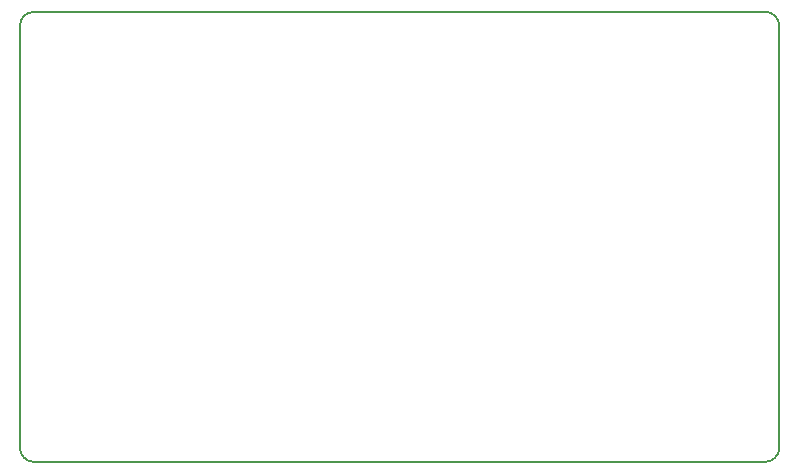
<source format=gm1>
G04 #@! TF.FileFunction,Profile,NP*
%FSLAX46Y46*%
G04 Gerber Fmt 4.6, Leading zero omitted, Abs format (unit mm)*
G04 Created by KiCad (PCBNEW 4.0.7-e2-6376~58~ubuntu16.04.1) date Sun Oct 15 00:03:39 2017*
%MOMM*%
%LPD*%
G01*
G04 APERTURE LIST*
%ADD10C,0.100000*%
%ADD11C,0.150000*%
G04 APERTURE END LIST*
D10*
D11*
X95250000Y-89296875D02*
G75*
G03X94059375Y-88106250I-1190625J0D01*
G01*
X93464063Y-126206250D02*
X94059375Y-126206250D01*
X94059375Y-126206250D02*
G75*
G03X95250000Y-125015625I0J1190625D01*
G01*
X95250000Y-89296875D02*
X95250000Y-125015625D01*
X95250000Y-105370313D02*
X95250000Y-89296875D01*
X30956250Y-125015625D02*
X30956250Y-89296875D01*
X93464063Y-126206250D02*
X32146875Y-126206250D01*
X67865625Y-88106250D02*
X94059375Y-88106250D01*
X30956250Y-125015625D02*
G75*
G03X32146875Y-126206250I1190625J0D01*
G01*
X32146875Y-88106250D02*
G75*
G03X30956250Y-89296875I0J-1190625D01*
G01*
X44053125Y-88106250D02*
X67865625Y-88106250D01*
X44053125Y-88106250D02*
X32146875Y-88106250D01*
M02*

</source>
